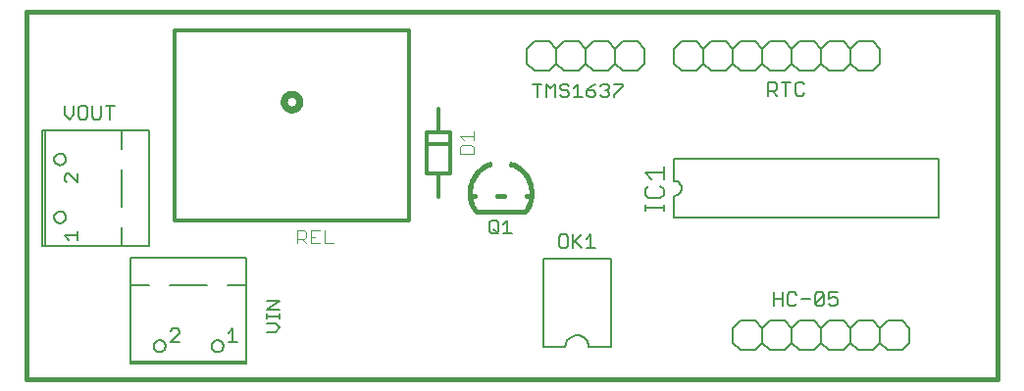
<source format=gbr>
G75*
G70*
%OFA0B0*%
%FSLAX24Y24*%
%IPPOS*%
%LPD*%
%AMOC8*
5,1,8,0,0,1.08239X$1,22.5*
%
%ADD10C,0.0160*%
%ADD11C,0.0060*%
%ADD12C,0.0070*%
%ADD13C,0.0050*%
%ADD14C,0.0120*%
%ADD15C,0.0240*%
%ADD16C,0.0040*%
%ADD17C,0.0020*%
D10*
X000181Y000181D02*
X033181Y000181D01*
X033181Y012681D01*
X000181Y012681D01*
X000181Y000181D01*
X015457Y005871D02*
X017106Y005871D01*
X017169Y006421D02*
X017327Y006421D01*
X016394Y006421D02*
X016169Y006421D01*
X015394Y006421D02*
X015236Y006421D01*
D11*
X017731Y004281D02*
X020031Y004281D01*
X020031Y001281D01*
X019281Y001281D01*
X019279Y001320D01*
X019273Y001359D01*
X019264Y001397D01*
X019251Y001434D01*
X019234Y001470D01*
X019214Y001503D01*
X019190Y001535D01*
X019164Y001564D01*
X019135Y001590D01*
X019103Y001614D01*
X019070Y001634D01*
X019034Y001651D01*
X018997Y001664D01*
X018959Y001673D01*
X018920Y001679D01*
X018881Y001681D01*
X018842Y001679D01*
X018803Y001673D01*
X018765Y001664D01*
X018728Y001651D01*
X018692Y001634D01*
X018659Y001614D01*
X018627Y001590D01*
X018598Y001564D01*
X018572Y001535D01*
X018548Y001503D01*
X018528Y001470D01*
X018511Y001434D01*
X018498Y001397D01*
X018489Y001359D01*
X018483Y001320D01*
X018481Y001281D01*
X017731Y001281D01*
X017731Y004281D01*
X022181Y005681D02*
X031181Y005681D01*
X031181Y007681D01*
X022181Y007681D01*
X022181Y006931D01*
X022211Y006929D01*
X022241Y006924D01*
X022270Y006915D01*
X022297Y006902D01*
X022323Y006887D01*
X022347Y006868D01*
X022368Y006847D01*
X022387Y006823D01*
X022402Y006797D01*
X022415Y006770D01*
X022424Y006741D01*
X022429Y006711D01*
X022431Y006681D01*
X022429Y006651D01*
X022424Y006621D01*
X022415Y006592D01*
X022402Y006565D01*
X022387Y006539D01*
X022368Y006515D01*
X022347Y006494D01*
X022323Y006475D01*
X022297Y006460D01*
X022270Y006447D01*
X022241Y006438D01*
X022211Y006433D01*
X022181Y006431D01*
X022181Y005681D01*
X024431Y002181D02*
X024931Y002181D01*
X025181Y001931D01*
X025431Y002181D01*
X025931Y002181D01*
X026181Y001931D01*
X026431Y002181D01*
X026931Y002181D01*
X027181Y001931D01*
X027431Y002181D01*
X027931Y002181D01*
X028181Y001931D01*
X028431Y002181D01*
X028931Y002181D01*
X029181Y001931D01*
X029431Y002181D01*
X029931Y002181D01*
X030181Y001931D01*
X030181Y001431D01*
X029931Y001181D01*
X029431Y001181D01*
X029181Y001431D01*
X028931Y001181D01*
X028431Y001181D01*
X028181Y001431D01*
X028181Y001931D01*
X028181Y001431D02*
X027931Y001181D01*
X027431Y001181D01*
X027181Y001431D01*
X026931Y001181D01*
X026431Y001181D01*
X026181Y001431D01*
X025931Y001181D01*
X025431Y001181D01*
X025181Y001431D01*
X024931Y001181D01*
X024431Y001181D01*
X024181Y001431D01*
X024181Y001931D01*
X024431Y002181D01*
X025181Y001931D02*
X025181Y001431D01*
X026181Y001431D02*
X026181Y001931D01*
X027181Y001931D02*
X027181Y001431D01*
X029181Y001431D02*
X029181Y001931D01*
X007646Y000791D02*
X007646Y000711D01*
X003716Y000711D01*
X003716Y000791D01*
X003716Y003391D01*
X003716Y004331D01*
X007646Y004331D01*
X007646Y003391D01*
X007646Y000791D01*
X003716Y000791D01*
X004496Y001311D02*
X004498Y001339D01*
X004504Y001366D01*
X004513Y001392D01*
X004526Y001417D01*
X004543Y001440D01*
X004562Y001460D01*
X004584Y001477D01*
X004608Y001491D01*
X004634Y001501D01*
X004661Y001508D01*
X004689Y001511D01*
X004717Y001510D01*
X004744Y001505D01*
X004771Y001496D01*
X004796Y001484D01*
X004819Y001469D01*
X004840Y001450D01*
X004858Y001429D01*
X004873Y001405D01*
X004884Y001379D01*
X004892Y001353D01*
X004896Y001325D01*
X004896Y001297D01*
X004892Y001269D01*
X004884Y001243D01*
X004873Y001217D01*
X004858Y001193D01*
X004840Y001172D01*
X004819Y001153D01*
X004796Y001138D01*
X004771Y001126D01*
X004744Y001117D01*
X004717Y001112D01*
X004689Y001111D01*
X004661Y001114D01*
X004634Y001121D01*
X004608Y001131D01*
X004584Y001145D01*
X004562Y001162D01*
X004543Y001182D01*
X004526Y001205D01*
X004513Y001230D01*
X004504Y001256D01*
X004498Y001283D01*
X004496Y001311D01*
X006466Y001311D02*
X006468Y001339D01*
X006474Y001366D01*
X006483Y001392D01*
X006496Y001417D01*
X006513Y001440D01*
X006532Y001460D01*
X006554Y001477D01*
X006578Y001491D01*
X006604Y001501D01*
X006631Y001508D01*
X006659Y001511D01*
X006687Y001510D01*
X006714Y001505D01*
X006741Y001496D01*
X006766Y001484D01*
X006789Y001469D01*
X006810Y001450D01*
X006828Y001429D01*
X006843Y001405D01*
X006854Y001379D01*
X006862Y001353D01*
X006866Y001325D01*
X006866Y001297D01*
X006862Y001269D01*
X006854Y001243D01*
X006843Y001217D01*
X006828Y001193D01*
X006810Y001172D01*
X006789Y001153D01*
X006766Y001138D01*
X006741Y001126D01*
X006714Y001117D01*
X006687Y001112D01*
X006659Y001111D01*
X006631Y001114D01*
X006604Y001121D01*
X006578Y001131D01*
X006554Y001145D01*
X006532Y001162D01*
X006513Y001182D01*
X006496Y001205D01*
X006483Y001230D01*
X006474Y001256D01*
X006468Y001283D01*
X006466Y001311D01*
X006316Y003391D02*
X005046Y003391D01*
X004346Y003391D02*
X003716Y003391D01*
X003391Y004717D02*
X000791Y004717D01*
X000711Y004717D01*
X000711Y008647D01*
X000791Y008647D01*
X003391Y008647D01*
X004331Y008647D01*
X004331Y004717D01*
X003391Y004717D01*
X003391Y005347D01*
X003391Y006047D02*
X003391Y007317D01*
X003391Y008017D02*
X003391Y008647D01*
X001111Y007667D02*
X001113Y007695D01*
X001119Y007722D01*
X001128Y007748D01*
X001141Y007773D01*
X001158Y007796D01*
X001177Y007816D01*
X001199Y007833D01*
X001223Y007847D01*
X001249Y007857D01*
X001276Y007864D01*
X001304Y007867D01*
X001332Y007866D01*
X001359Y007861D01*
X001386Y007852D01*
X001411Y007840D01*
X001434Y007825D01*
X001455Y007806D01*
X001473Y007785D01*
X001488Y007761D01*
X001499Y007735D01*
X001507Y007709D01*
X001511Y007681D01*
X001511Y007653D01*
X001507Y007625D01*
X001499Y007599D01*
X001488Y007573D01*
X001473Y007549D01*
X001455Y007528D01*
X001434Y007509D01*
X001411Y007494D01*
X001386Y007482D01*
X001359Y007473D01*
X001332Y007468D01*
X001304Y007467D01*
X001276Y007470D01*
X001249Y007477D01*
X001223Y007487D01*
X001199Y007501D01*
X001177Y007518D01*
X001158Y007538D01*
X001141Y007561D01*
X001128Y007586D01*
X001119Y007612D01*
X001113Y007639D01*
X001111Y007667D01*
X000791Y008647D02*
X000791Y004717D01*
X001111Y005697D02*
X001113Y005725D01*
X001119Y005752D01*
X001128Y005778D01*
X001141Y005803D01*
X001158Y005826D01*
X001177Y005846D01*
X001199Y005863D01*
X001223Y005877D01*
X001249Y005887D01*
X001276Y005894D01*
X001304Y005897D01*
X001332Y005896D01*
X001359Y005891D01*
X001386Y005882D01*
X001411Y005870D01*
X001434Y005855D01*
X001455Y005836D01*
X001473Y005815D01*
X001488Y005791D01*
X001499Y005765D01*
X001507Y005739D01*
X001511Y005711D01*
X001511Y005683D01*
X001507Y005655D01*
X001499Y005629D01*
X001488Y005603D01*
X001473Y005579D01*
X001455Y005558D01*
X001434Y005539D01*
X001411Y005524D01*
X001386Y005512D01*
X001359Y005503D01*
X001332Y005498D01*
X001304Y005497D01*
X001276Y005500D01*
X001249Y005507D01*
X001223Y005517D01*
X001199Y005531D01*
X001177Y005548D01*
X001158Y005568D01*
X001141Y005591D01*
X001128Y005616D01*
X001119Y005642D01*
X001113Y005669D01*
X001111Y005697D01*
X007016Y003391D02*
X007646Y003391D01*
X017181Y010931D02*
X017431Y010681D01*
X017931Y010681D01*
X018181Y010931D01*
X018431Y010681D01*
X018931Y010681D01*
X019181Y010931D01*
X019181Y011431D01*
X018931Y011681D01*
X018431Y011681D01*
X018181Y011431D01*
X018181Y010931D01*
X017181Y010931D02*
X017181Y011431D01*
X017431Y011681D01*
X017931Y011681D01*
X018181Y011431D01*
X019181Y011431D02*
X019431Y011681D01*
X019931Y011681D01*
X020181Y011431D01*
X020431Y011681D01*
X020931Y011681D01*
X021181Y011431D01*
X021181Y010931D01*
X020931Y010681D01*
X020431Y010681D01*
X020181Y010931D01*
X019931Y010681D01*
X019431Y010681D01*
X019181Y010931D01*
X020181Y010931D02*
X020181Y011431D01*
X022181Y011431D02*
X022181Y010931D01*
X022431Y010681D01*
X022931Y010681D01*
X023181Y010931D01*
X023431Y010681D01*
X023931Y010681D01*
X024181Y010931D01*
X024181Y011431D01*
X023931Y011681D01*
X023431Y011681D01*
X023181Y011431D01*
X023181Y010931D01*
X024181Y010931D02*
X024431Y010681D01*
X024931Y010681D01*
X025181Y010931D01*
X025431Y010681D01*
X025931Y010681D01*
X026181Y010931D01*
X026431Y010681D01*
X026931Y010681D01*
X027181Y010931D01*
X027181Y011431D01*
X026931Y011681D01*
X026431Y011681D01*
X026181Y011431D01*
X026181Y010931D01*
X025181Y010931D02*
X025181Y011431D01*
X025431Y011681D01*
X025931Y011681D01*
X026181Y011431D01*
X025181Y011431D02*
X024931Y011681D01*
X024431Y011681D01*
X024181Y011431D01*
X023181Y011431D02*
X022931Y011681D01*
X022431Y011681D01*
X022181Y011431D01*
X027181Y011431D02*
X027431Y011681D01*
X027931Y011681D01*
X028181Y011431D01*
X028431Y011681D01*
X028931Y011681D01*
X029181Y011431D01*
X029181Y010931D01*
X028931Y010681D01*
X028431Y010681D01*
X028181Y010931D01*
X027931Y010681D01*
X027431Y010681D01*
X027181Y010931D01*
X028181Y010931D02*
X028181Y011431D01*
D12*
X021826Y007411D02*
X021826Y006991D01*
X021721Y006766D02*
X021826Y006661D01*
X021826Y006451D01*
X021721Y006346D01*
X021301Y006346D01*
X021196Y006451D01*
X021196Y006661D01*
X021301Y006766D01*
X021406Y006991D02*
X021196Y007201D01*
X021826Y007201D01*
X021826Y006127D02*
X021826Y005916D01*
X021826Y006021D02*
X021196Y006021D01*
X021196Y005916D02*
X021196Y006127D01*
D13*
X019346Y005107D02*
X019346Y004656D01*
X019196Y004656D02*
X019496Y004656D01*
X019036Y004656D02*
X018811Y004882D01*
X018736Y004807D02*
X019036Y005107D01*
X019196Y004957D02*
X019346Y005107D01*
X018736Y005107D02*
X018736Y004656D01*
X018576Y004731D02*
X018576Y005032D01*
X018500Y005107D01*
X018350Y005107D01*
X018275Y005032D01*
X018275Y004731D01*
X018350Y004656D01*
X018500Y004656D01*
X018576Y004731D01*
X016657Y005146D02*
X016357Y005146D01*
X016507Y005146D02*
X016507Y005597D01*
X016357Y005447D01*
X016197Y005522D02*
X016122Y005597D01*
X015971Y005597D01*
X015896Y005522D01*
X015896Y005221D01*
X015971Y005146D01*
X016122Y005146D01*
X016197Y005221D01*
X016197Y005522D01*
X016047Y005297D02*
X016197Y005146D01*
X008786Y002860D02*
X008336Y002860D01*
X008336Y002560D02*
X008786Y002860D01*
X008786Y002560D02*
X008336Y002560D01*
X008336Y002403D02*
X008336Y002253D01*
X008336Y002328D02*
X008786Y002328D01*
X008786Y002253D02*
X008786Y002403D01*
X008636Y002093D02*
X008336Y002093D01*
X008636Y002093D02*
X008786Y001943D01*
X008636Y001793D01*
X008336Y001793D01*
X007331Y001456D02*
X007030Y001456D01*
X007180Y001456D02*
X007180Y001907D01*
X007030Y001757D01*
X005381Y001757D02*
X005381Y001832D01*
X005305Y001907D01*
X005155Y001907D01*
X005080Y001832D01*
X005381Y001757D02*
X005080Y001456D01*
X005381Y001456D01*
X001906Y004922D02*
X001906Y005222D01*
X001906Y005072D02*
X001456Y005072D01*
X001606Y004922D01*
X001531Y006872D02*
X001456Y006947D01*
X001456Y007097D01*
X001531Y007172D01*
X001606Y007172D01*
X001906Y006872D01*
X001906Y007172D01*
X002015Y009026D02*
X002165Y009026D01*
X002240Y009101D01*
X002240Y009402D01*
X002165Y009477D01*
X002015Y009477D01*
X001939Y009402D01*
X001939Y009101D01*
X002015Y009026D01*
X001779Y009177D02*
X001779Y009477D01*
X001479Y009477D02*
X001479Y009177D01*
X001629Y009026D01*
X001779Y009177D01*
X002400Y009101D02*
X002475Y009026D01*
X002625Y009026D01*
X002700Y009101D01*
X002700Y009477D01*
X002860Y009477D02*
X003160Y009477D01*
X003010Y009477D02*
X003010Y009026D01*
X002400Y009101D02*
X002400Y009477D01*
X017376Y010227D02*
X017677Y010227D01*
X017527Y010227D02*
X017527Y009776D01*
X017837Y009776D02*
X017837Y010227D01*
X017987Y010077D01*
X018137Y010227D01*
X018137Y009776D01*
X018297Y009851D02*
X018372Y009776D01*
X018522Y009776D01*
X018597Y009851D01*
X018597Y009927D01*
X018522Y010002D01*
X018372Y010002D01*
X018297Y010077D01*
X018297Y010152D01*
X018372Y010227D01*
X018522Y010227D01*
X018597Y010152D01*
X018757Y010077D02*
X018908Y010227D01*
X018908Y009776D01*
X019058Y009776D02*
X018757Y009776D01*
X019218Y009851D02*
X019293Y009776D01*
X019443Y009776D01*
X019518Y009851D01*
X019518Y009927D01*
X019443Y010002D01*
X019218Y010002D01*
X019218Y009851D01*
X019218Y010002D02*
X019368Y010152D01*
X019518Y010227D01*
X019678Y010152D02*
X019753Y010227D01*
X019903Y010227D01*
X019978Y010152D01*
X019978Y010077D01*
X019903Y010002D01*
X019978Y009927D01*
X019978Y009851D01*
X019903Y009776D01*
X019753Y009776D01*
X019678Y009851D01*
X019828Y010002D02*
X019903Y010002D01*
X020139Y009851D02*
X020139Y009776D01*
X020139Y009851D02*
X020439Y010152D01*
X020439Y010227D01*
X020139Y010227D01*
X025376Y010277D02*
X025376Y009826D01*
X025527Y009977D02*
X025677Y009826D01*
X025987Y009826D02*
X025987Y010277D01*
X025837Y010277D02*
X026137Y010277D01*
X026297Y010202D02*
X026297Y009901D01*
X026372Y009826D01*
X026522Y009826D01*
X026597Y009901D01*
X026597Y010202D02*
X026522Y010277D01*
X026372Y010277D01*
X026297Y010202D01*
X025677Y010202D02*
X025677Y010052D01*
X025602Y009977D01*
X025376Y009977D01*
X025602Y010277D02*
X025677Y010202D01*
X025602Y010277D02*
X025376Y010277D01*
X025584Y003137D02*
X025584Y002686D01*
X025885Y002686D02*
X025885Y003137D01*
X026045Y003062D02*
X026045Y002761D01*
X026120Y002686D01*
X026270Y002686D01*
X026345Y002761D01*
X026505Y002912D02*
X026805Y002912D01*
X026966Y002761D02*
X026966Y003062D01*
X027041Y003137D01*
X027191Y003137D01*
X027266Y003062D01*
X026966Y002761D01*
X027041Y002686D01*
X027191Y002686D01*
X027266Y002761D01*
X027266Y003062D01*
X027426Y003137D02*
X027426Y002912D01*
X027576Y002987D01*
X027651Y002987D01*
X027726Y002912D01*
X027726Y002761D01*
X027651Y002686D01*
X027501Y002686D01*
X027426Y002761D01*
X027426Y003137D02*
X027726Y003137D01*
X026345Y003062D02*
X026270Y003137D01*
X026120Y003137D01*
X026045Y003062D01*
X025885Y002912D02*
X025584Y002912D01*
D14*
X014581Y007181D02*
X014181Y007181D01*
X013781Y007181D01*
X013781Y008181D01*
X014581Y008181D01*
X014581Y007181D01*
X014181Y007181D02*
X014181Y006881D01*
X014181Y006381D01*
X013158Y005571D02*
X013158Y012067D01*
X005205Y012067D01*
X005205Y005571D01*
X013158Y005571D01*
X013781Y008181D02*
X013781Y008581D01*
X014181Y008581D01*
X014181Y008881D01*
X014181Y009381D01*
X014181Y008581D02*
X014581Y008581D01*
X014581Y008181D01*
D15*
X008917Y009626D02*
X008919Y009658D01*
X008925Y009689D01*
X008934Y009720D01*
X008947Y009749D01*
X008964Y009776D01*
X008983Y009801D01*
X009006Y009824D01*
X009031Y009843D01*
X009058Y009860D01*
X009087Y009873D01*
X009118Y009882D01*
X009149Y009888D01*
X009181Y009890D01*
X009213Y009888D01*
X009244Y009882D01*
X009275Y009873D01*
X009304Y009860D01*
X009331Y009843D01*
X009356Y009824D01*
X009379Y009801D01*
X009398Y009776D01*
X009415Y009749D01*
X009428Y009720D01*
X009437Y009689D01*
X009443Y009658D01*
X009445Y009626D01*
X009443Y009594D01*
X009437Y009563D01*
X009428Y009532D01*
X009415Y009503D01*
X009398Y009476D01*
X009379Y009451D01*
X009356Y009428D01*
X009331Y009409D01*
X009304Y009392D01*
X009275Y009379D01*
X009244Y009370D01*
X009213Y009364D01*
X009181Y009362D01*
X009149Y009364D01*
X009118Y009370D01*
X009087Y009379D01*
X009058Y009392D01*
X009031Y009409D01*
X009006Y009428D01*
X008983Y009451D01*
X008964Y009476D01*
X008947Y009503D01*
X008934Y009532D01*
X008925Y009563D01*
X008919Y009594D01*
X008917Y009626D01*
D16*
X014901Y008465D02*
X015361Y008465D01*
X015361Y008312D02*
X015361Y008619D01*
X015055Y008312D02*
X014901Y008465D01*
X014978Y008158D02*
X014901Y008082D01*
X014901Y007851D01*
X015361Y007851D01*
X015361Y008082D01*
X015285Y008158D01*
X014978Y008158D01*
X010291Y005262D02*
X010291Y004801D01*
X010598Y004801D01*
X010138Y004801D02*
X009831Y004801D01*
X009831Y005262D01*
X010138Y005262D01*
X009984Y005032D02*
X009831Y005032D01*
X009677Y005032D02*
X009600Y004955D01*
X009370Y004955D01*
X009370Y004801D02*
X009370Y005262D01*
X009600Y005262D01*
X009677Y005185D01*
X009677Y005032D01*
X009524Y004955D02*
X009677Y004801D01*
D17*
X015942Y007588D02*
X015983Y007454D01*
X015925Y007434D01*
X015870Y007410D01*
X015815Y007383D01*
X015763Y007353D01*
X015712Y007319D01*
X015664Y007283D01*
X015618Y007243D01*
X015575Y007201D01*
X015534Y007156D01*
X015496Y007108D01*
X015462Y007058D01*
X015430Y007007D01*
X015401Y006953D01*
X015376Y006898D01*
X015355Y006841D01*
X015337Y006783D01*
X015322Y006724D01*
X015312Y006665D01*
X015305Y006605D01*
X015301Y006544D01*
X015302Y006483D01*
X015306Y006423D01*
X015314Y006363D01*
X015325Y006303D01*
X015341Y006245D01*
X015360Y006187D01*
X015382Y006131D01*
X015408Y006076D01*
X015437Y006023D01*
X015470Y005971D01*
X015505Y005922D01*
X015396Y005836D01*
X015395Y005836D01*
X015357Y005888D01*
X015322Y005943D01*
X015290Y006000D01*
X015261Y006058D01*
X015236Y006119D01*
X015214Y006180D01*
X015196Y006243D01*
X015182Y006306D01*
X015171Y006371D01*
X015164Y006436D01*
X015161Y006501D01*
X015162Y006566D01*
X015166Y006631D01*
X015175Y006696D01*
X015187Y006760D01*
X015202Y006823D01*
X015222Y006885D01*
X015245Y006946D01*
X015271Y007006D01*
X015301Y007064D01*
X015334Y007120D01*
X015371Y007174D01*
X015410Y007226D01*
X015453Y007275D01*
X015498Y007322D01*
X015546Y007366D01*
X015597Y007408D01*
X015649Y007446D01*
X015704Y007481D01*
X015761Y007513D01*
X015820Y007542D01*
X015880Y007567D01*
X015941Y007588D01*
X015947Y007571D01*
X015886Y007550D01*
X015827Y007525D01*
X015769Y007497D01*
X015713Y007466D01*
X015659Y007431D01*
X015607Y007393D01*
X015558Y007353D01*
X015511Y007309D01*
X015466Y007263D01*
X015424Y007214D01*
X015385Y007163D01*
X015350Y007110D01*
X015317Y007055D01*
X015288Y006998D01*
X015261Y006939D01*
X015239Y006879D01*
X015220Y006818D01*
X015204Y006756D01*
X015192Y006693D01*
X015184Y006629D01*
X015180Y006565D01*
X015179Y006501D01*
X015182Y006437D01*
X015189Y006373D01*
X015199Y006310D01*
X015214Y006247D01*
X015231Y006186D01*
X015253Y006125D01*
X015277Y006066D01*
X015305Y006008D01*
X015337Y005953D01*
X015372Y005899D01*
X015409Y005847D01*
X015424Y005858D01*
X015385Y005910D01*
X015350Y005965D01*
X015319Y006022D01*
X015290Y006081D01*
X015266Y006141D01*
X015245Y006203D01*
X015228Y006265D01*
X015214Y006329D01*
X015205Y006393D01*
X015199Y006458D01*
X015197Y006523D01*
X015199Y006588D01*
X015205Y006653D01*
X015215Y006717D01*
X015229Y006781D01*
X015246Y006843D01*
X015267Y006905D01*
X015292Y006965D01*
X015321Y007024D01*
X015352Y007080D01*
X015388Y007135D01*
X015426Y007187D01*
X015468Y007238D01*
X015512Y007285D01*
X015559Y007330D01*
X015609Y007372D01*
X015661Y007410D01*
X015716Y007446D01*
X015772Y007478D01*
X015831Y007507D01*
X015891Y007532D01*
X015952Y007554D01*
X015957Y007537D01*
X015897Y007515D01*
X015838Y007491D01*
X015781Y007462D01*
X015725Y007431D01*
X015671Y007396D01*
X015620Y007357D01*
X015571Y007316D01*
X015525Y007272D01*
X015481Y007226D01*
X015440Y007176D01*
X015402Y007125D01*
X015368Y007071D01*
X015336Y007015D01*
X015309Y006958D01*
X015284Y006899D01*
X015263Y006838D01*
X015246Y006776D01*
X015233Y006714D01*
X015223Y006651D01*
X015217Y006587D01*
X015215Y006523D01*
X015217Y006459D01*
X015222Y006395D01*
X015232Y006332D01*
X015245Y006270D01*
X015262Y006208D01*
X015283Y006147D01*
X015307Y006088D01*
X015335Y006031D01*
X015366Y005975D01*
X015400Y005921D01*
X015438Y005869D01*
X015452Y005880D01*
X015415Y005931D01*
X015381Y005984D01*
X015350Y006039D01*
X015323Y006096D01*
X015299Y006154D01*
X015279Y006213D01*
X015263Y006274D01*
X015250Y006335D01*
X015240Y006398D01*
X015235Y006460D01*
X015233Y006523D01*
X015235Y006586D01*
X015241Y006649D01*
X015250Y006711D01*
X015264Y006772D01*
X015280Y006833D01*
X015301Y006892D01*
X015325Y006950D01*
X015352Y007007D01*
X015383Y007062D01*
X015417Y007114D01*
X015454Y007165D01*
X015494Y007214D01*
X015537Y007260D01*
X015583Y007303D01*
X015631Y007343D01*
X015682Y007381D01*
X015734Y007415D01*
X015789Y007446D01*
X015845Y007474D01*
X015903Y007499D01*
X015962Y007519D01*
X015968Y007502D01*
X015908Y007481D01*
X015849Y007456D01*
X015792Y007427D01*
X015737Y007395D01*
X015684Y007360D01*
X015633Y007322D01*
X015585Y007280D01*
X015539Y007235D01*
X015496Y007188D01*
X015456Y007138D01*
X015420Y007086D01*
X015387Y007032D01*
X015357Y006975D01*
X015330Y006917D01*
X015308Y006858D01*
X015289Y006797D01*
X015273Y006735D01*
X015262Y006672D01*
X015255Y006609D01*
X015251Y006545D01*
X015252Y006481D01*
X015256Y006418D01*
X015265Y006354D01*
X015277Y006292D01*
X015293Y006230D01*
X015313Y006170D01*
X015336Y006110D01*
X015364Y006053D01*
X015394Y005997D01*
X015429Y005943D01*
X015466Y005891D01*
X015480Y005902D01*
X015443Y005953D01*
X015410Y006006D01*
X015380Y006061D01*
X015353Y006118D01*
X015330Y006176D01*
X015310Y006235D01*
X015294Y006296D01*
X015282Y006357D01*
X015274Y006420D01*
X015270Y006482D01*
X015269Y006545D01*
X015273Y006607D01*
X015280Y006669D01*
X015291Y006731D01*
X015306Y006792D01*
X015325Y006852D01*
X015347Y006910D01*
X015373Y006967D01*
X015402Y007023D01*
X015435Y007076D01*
X015471Y007127D01*
X015510Y007176D01*
X015552Y007223D01*
X015597Y007267D01*
X015644Y007308D01*
X015694Y007345D01*
X015746Y007380D01*
X015800Y007412D01*
X015856Y007440D01*
X015914Y007464D01*
X015973Y007485D01*
X015978Y007468D01*
X015920Y007447D01*
X015864Y007423D01*
X015809Y007396D01*
X015756Y007365D01*
X015704Y007331D01*
X015655Y007293D01*
X015609Y007253D01*
X015565Y007210D01*
X015524Y007165D01*
X015485Y007117D01*
X015450Y007066D01*
X015418Y007014D01*
X015389Y006959D01*
X015363Y006903D01*
X015342Y006846D01*
X015323Y006787D01*
X015309Y006727D01*
X015298Y006667D01*
X015291Y006606D01*
X015287Y006544D01*
X015288Y006483D01*
X015292Y006421D01*
X015300Y006360D01*
X015312Y006300D01*
X015327Y006241D01*
X015347Y006182D01*
X015369Y006125D01*
X015396Y006069D01*
X015425Y006015D01*
X015458Y005963D01*
X015494Y005914D01*
X017167Y005836D02*
X017057Y005923D01*
X017058Y005922D02*
X017093Y005971D01*
X017126Y006023D01*
X017155Y006076D01*
X017181Y006131D01*
X017203Y006187D01*
X017222Y006245D01*
X017237Y006303D01*
X017249Y006363D01*
X017257Y006423D01*
X017261Y006483D01*
X017262Y006544D01*
X017258Y006605D01*
X017251Y006665D01*
X017241Y006724D01*
X017226Y006783D01*
X017208Y006841D01*
X017187Y006898D01*
X017162Y006953D01*
X017133Y007007D01*
X017101Y007058D01*
X017067Y007108D01*
X017029Y007156D01*
X016988Y007201D01*
X016945Y007243D01*
X016899Y007283D01*
X016851Y007319D01*
X016800Y007353D01*
X016748Y007383D01*
X016693Y007410D01*
X016638Y007434D01*
X016580Y007454D01*
X016621Y007588D01*
X016622Y007588D01*
X016683Y007567D01*
X016743Y007542D01*
X016802Y007513D01*
X016859Y007481D01*
X016914Y007446D01*
X016966Y007407D01*
X017017Y007366D01*
X017065Y007322D01*
X017110Y007275D01*
X017153Y007226D01*
X017192Y007174D01*
X017229Y007120D01*
X017262Y007064D01*
X017292Y007006D01*
X017318Y006946D01*
X017341Y006885D01*
X017361Y006823D01*
X017376Y006760D01*
X017388Y006696D01*
X017397Y006631D01*
X017401Y006566D01*
X017402Y006501D01*
X017399Y006435D01*
X017392Y006371D01*
X017381Y006306D01*
X017367Y006243D01*
X017349Y006180D01*
X017327Y006119D01*
X017302Y006058D01*
X017273Y006000D01*
X017241Y005943D01*
X017206Y005888D01*
X017168Y005836D01*
X017154Y005847D01*
X017191Y005899D01*
X017226Y005952D01*
X017258Y006008D01*
X017286Y006066D01*
X017310Y006125D01*
X017332Y006186D01*
X017349Y006247D01*
X017364Y006310D01*
X017374Y006373D01*
X017381Y006437D01*
X017384Y006501D01*
X017383Y006565D01*
X017379Y006629D01*
X017371Y006693D01*
X017359Y006756D01*
X017343Y006818D01*
X017324Y006879D01*
X017302Y006939D01*
X017275Y006998D01*
X017246Y007055D01*
X017213Y007110D01*
X017178Y007163D01*
X017139Y007214D01*
X017097Y007263D01*
X017052Y007309D01*
X017005Y007353D01*
X016956Y007393D01*
X016904Y007431D01*
X016850Y007466D01*
X016794Y007497D01*
X016736Y007525D01*
X016677Y007550D01*
X016616Y007571D01*
X016611Y007554D01*
X016672Y007532D01*
X016732Y007507D01*
X016791Y007478D01*
X016847Y007446D01*
X016902Y007410D01*
X016954Y007372D01*
X017004Y007330D01*
X017051Y007285D01*
X017095Y007238D01*
X017137Y007187D01*
X017175Y007135D01*
X017211Y007080D01*
X017242Y007024D01*
X017271Y006965D01*
X017296Y006905D01*
X017317Y006843D01*
X017334Y006781D01*
X017348Y006717D01*
X017358Y006653D01*
X017364Y006588D01*
X017366Y006523D01*
X017364Y006458D01*
X017358Y006393D01*
X017349Y006329D01*
X017335Y006265D01*
X017318Y006203D01*
X017297Y006141D01*
X017273Y006081D01*
X017244Y006022D01*
X017213Y005965D01*
X017178Y005910D01*
X017139Y005858D01*
X017125Y005869D01*
X017163Y005921D01*
X017197Y005975D01*
X017228Y006031D01*
X017256Y006088D01*
X017280Y006147D01*
X017301Y006208D01*
X017318Y006270D01*
X017331Y006332D01*
X017341Y006395D01*
X017346Y006459D01*
X017348Y006523D01*
X017346Y006587D01*
X017340Y006651D01*
X017330Y006714D01*
X017317Y006776D01*
X017300Y006838D01*
X017279Y006899D01*
X017254Y006958D01*
X017227Y007015D01*
X017195Y007071D01*
X017161Y007125D01*
X017123Y007176D01*
X017082Y007226D01*
X017038Y007272D01*
X016992Y007316D01*
X016943Y007357D01*
X016892Y007396D01*
X016838Y007431D01*
X016782Y007462D01*
X016725Y007491D01*
X016666Y007515D01*
X016606Y007537D01*
X016601Y007519D01*
X016660Y007499D01*
X016718Y007474D01*
X016774Y007446D01*
X016829Y007415D01*
X016881Y007381D01*
X016932Y007343D01*
X016980Y007303D01*
X017026Y007260D01*
X017069Y007214D01*
X017109Y007165D01*
X017146Y007114D01*
X017180Y007062D01*
X017211Y007007D01*
X017238Y006950D01*
X017262Y006892D01*
X017283Y006833D01*
X017299Y006772D01*
X017313Y006711D01*
X017322Y006649D01*
X017328Y006586D01*
X017330Y006523D01*
X017328Y006460D01*
X017323Y006398D01*
X017313Y006335D01*
X017300Y006274D01*
X017284Y006213D01*
X017264Y006154D01*
X017240Y006096D01*
X017213Y006039D01*
X017182Y005984D01*
X017148Y005931D01*
X017111Y005880D01*
X017097Y005891D01*
X017134Y005943D01*
X017169Y005997D01*
X017199Y006053D01*
X017227Y006110D01*
X017250Y006170D01*
X017270Y006230D01*
X017286Y006292D01*
X017298Y006354D01*
X017307Y006418D01*
X017311Y006481D01*
X017312Y006545D01*
X017308Y006609D01*
X017301Y006672D01*
X017290Y006735D01*
X017274Y006797D01*
X017255Y006858D01*
X017233Y006917D01*
X017206Y006975D01*
X017177Y007032D01*
X017143Y007086D01*
X017107Y007138D01*
X017067Y007188D01*
X017024Y007235D01*
X016978Y007280D01*
X016930Y007322D01*
X016879Y007360D01*
X016826Y007395D01*
X016771Y007427D01*
X016714Y007456D01*
X016655Y007481D01*
X016595Y007502D01*
X016590Y007485D01*
X016649Y007464D01*
X016707Y007440D01*
X016763Y007412D01*
X016817Y007380D01*
X016869Y007345D01*
X016919Y007307D01*
X016966Y007267D01*
X017011Y007223D01*
X017053Y007176D01*
X017092Y007127D01*
X017128Y007076D01*
X017161Y007023D01*
X017190Y006967D01*
X017216Y006910D01*
X017238Y006852D01*
X017257Y006792D01*
X017272Y006731D01*
X017283Y006669D01*
X017290Y006607D01*
X017294Y006545D01*
X017293Y006482D01*
X017289Y006420D01*
X017281Y006357D01*
X017269Y006296D01*
X017253Y006235D01*
X017233Y006176D01*
X017210Y006118D01*
X017183Y006061D01*
X017153Y006006D01*
X017120Y005953D01*
X017083Y005902D01*
X017069Y005914D01*
X017105Y005963D01*
X017138Y006015D01*
X017167Y006069D01*
X017194Y006125D01*
X017216Y006182D01*
X017236Y006241D01*
X017251Y006300D01*
X017263Y006360D01*
X017271Y006421D01*
X017275Y006483D01*
X017276Y006544D01*
X017272Y006606D01*
X017265Y006667D01*
X017254Y006727D01*
X017240Y006787D01*
X017221Y006846D01*
X017200Y006903D01*
X017174Y006959D01*
X017145Y007014D01*
X017113Y007066D01*
X017078Y007117D01*
X017039Y007165D01*
X016998Y007210D01*
X016954Y007253D01*
X016908Y007293D01*
X016859Y007331D01*
X016807Y007365D01*
X016754Y007396D01*
X016699Y007423D01*
X016643Y007447D01*
X016585Y007468D01*
M02*

</source>
